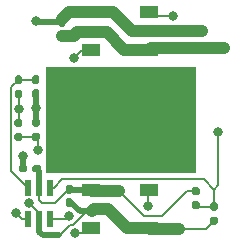
<source format=gtl>
G04 #@! TF.GenerationSoftware,KiCad,Pcbnew,5.1.10-88a1d61d58~90~ubuntu20.04.1*
G04 #@! TF.CreationDate,2021-09-13T06:15:53-04:00*
G04 #@! TF.ProjectId,SpaceCenter_TouchBoard_KiCAD,53706163-6543-4656-9e74-65725f546f75,rev?*
G04 #@! TF.SameCoordinates,Original*
G04 #@! TF.FileFunction,Copper,L1,Top*
G04 #@! TF.FilePolarity,Positive*
%FSLAX46Y46*%
G04 Gerber Fmt 4.6, Leading zero omitted, Abs format (unit mm)*
G04 Created by KiCad (PCBNEW 5.1.10-88a1d61d58~90~ubuntu20.04.1) date 2021-09-13 06:15:53*
%MOMM*%
%LPD*%
G01*
G04 APERTURE LIST*
G04 #@! TA.AperFunction,SMDPad,CuDef*
%ADD10R,0.558800X1.320800*%
G04 #@! TD*
G04 #@! TA.AperFunction,SMDPad,CuDef*
%ADD11R,12.700000X9.000000*%
G04 #@! TD*
G04 #@! TA.AperFunction,SMDPad,CuDef*
%ADD12R,1.500000X1.000000*%
G04 #@! TD*
G04 #@! TA.AperFunction,ViaPad*
%ADD13C,0.800000*%
G04 #@! TD*
G04 #@! TA.AperFunction,Conductor*
%ADD14C,1.000000*%
G04 #@! TD*
G04 #@! TA.AperFunction,Conductor*
%ADD15C,0.500000*%
G04 #@! TD*
G04 #@! TA.AperFunction,Conductor*
%ADD16C,0.160020*%
G04 #@! TD*
G04 #@! TA.AperFunction,Conductor*
%ADD17C,0.160000*%
G04 #@! TD*
G04 APERTURE END LIST*
D10*
X129326599Y-104952800D03*
X130276600Y-104952800D03*
X131226601Y-104952800D03*
X131226601Y-102362000D03*
X130276600Y-102362000D03*
X129326599Y-102362000D03*
D11*
X137210800Y-96583500D03*
D12*
X139610000Y-90627000D03*
X139610000Y-87427000D03*
X134710000Y-90627000D03*
X134710000Y-87427000D03*
X134710000Y-102540000D03*
X134710000Y-105740000D03*
X139610000Y-102540000D03*
X139610000Y-105740000D03*
G04 #@! TA.AperFunction,SMDPad,CuDef*
G36*
G01*
X132052000Y-87965000D02*
X132362000Y-87965000D01*
G75*
G02*
X132517000Y-88120000I0J-155000D01*
G01*
X132517000Y-88545000D01*
G75*
G02*
X132362000Y-88700000I-155000J0D01*
G01*
X132052000Y-88700000D01*
G75*
G02*
X131897000Y-88545000I0J155000D01*
G01*
X131897000Y-88120000D01*
G75*
G02*
X132052000Y-87965000I155000J0D01*
G01*
G37*
G04 #@! TD.AperFunction*
G04 #@! TA.AperFunction,SMDPad,CuDef*
G36*
G01*
X132052000Y-89100000D02*
X132362000Y-89100000D01*
G75*
G02*
X132517000Y-89255000I0J-155000D01*
G01*
X132517000Y-89680000D01*
G75*
G02*
X132362000Y-89835000I-155000J0D01*
G01*
X132052000Y-89835000D01*
G75*
G02*
X131897000Y-89680000I0J155000D01*
G01*
X131897000Y-89255000D01*
G75*
G02*
X132052000Y-89100000I155000J0D01*
G01*
G37*
G04 #@! TD.AperFunction*
G04 #@! TA.AperFunction,SMDPad,CuDef*
G36*
G01*
X132687000Y-103222400D02*
X132997000Y-103222400D01*
G75*
G02*
X133152000Y-103377400I0J-155000D01*
G01*
X133152000Y-103802400D01*
G75*
G02*
X132997000Y-103957400I-155000J0D01*
G01*
X132687000Y-103957400D01*
G75*
G02*
X132532000Y-103802400I0J155000D01*
G01*
X132532000Y-103377400D01*
G75*
G02*
X132687000Y-103222400I155000J0D01*
G01*
G37*
G04 #@! TD.AperFunction*
G04 #@! TA.AperFunction,SMDPad,CuDef*
G36*
G01*
X132687000Y-102087400D02*
X132997000Y-102087400D01*
G75*
G02*
X133152000Y-102242400I0J-155000D01*
G01*
X133152000Y-102667400D01*
G75*
G02*
X132997000Y-102822400I-155000J0D01*
G01*
X132687000Y-102822400D01*
G75*
G02*
X132532000Y-102667400I0J155000D01*
G01*
X132532000Y-102242400D01*
G75*
G02*
X132687000Y-102087400I155000J0D01*
G01*
G37*
G04 #@! TD.AperFunction*
G04 #@! TA.AperFunction,SMDPad,CuDef*
G36*
G01*
X130440900Y-100556000D02*
X130440900Y-100866000D01*
G75*
G02*
X130285900Y-101021000I-155000J0D01*
G01*
X129860900Y-101021000D01*
G75*
G02*
X129705900Y-100866000I0J155000D01*
G01*
X129705900Y-100556000D01*
G75*
G02*
X129860900Y-100401000I155000J0D01*
G01*
X130285900Y-100401000D01*
G75*
G02*
X130440900Y-100556000I0J-155000D01*
G01*
G37*
G04 #@! TD.AperFunction*
G04 #@! TA.AperFunction,SMDPad,CuDef*
G36*
G01*
X129305900Y-100556000D02*
X129305900Y-100866000D01*
G75*
G02*
X129150900Y-101021000I-155000J0D01*
G01*
X128725900Y-101021000D01*
G75*
G02*
X128570900Y-100866000I0J155000D01*
G01*
X128570900Y-100556000D01*
G75*
G02*
X128725900Y-100401000I155000J0D01*
G01*
X129150900Y-100401000D01*
G75*
G02*
X129305900Y-100556000I0J-155000D01*
G01*
G37*
G04 #@! TD.AperFunction*
G04 #@! TA.AperFunction,SMDPad,CuDef*
G36*
G01*
X130182600Y-97182300D02*
X129862600Y-97182300D01*
G75*
G02*
X129702600Y-97022300I0J160000D01*
G01*
X129702600Y-96627300D01*
G75*
G02*
X129862600Y-96467300I160000J0D01*
G01*
X130182600Y-96467300D01*
G75*
G02*
X130342600Y-96627300I0J-160000D01*
G01*
X130342600Y-97022300D01*
G75*
G02*
X130182600Y-97182300I-160000J0D01*
G01*
G37*
G04 #@! TD.AperFunction*
G04 #@! TA.AperFunction,SMDPad,CuDef*
G36*
G01*
X130182600Y-98377300D02*
X129862600Y-98377300D01*
G75*
G02*
X129702600Y-98217300I0J160000D01*
G01*
X129702600Y-97822300D01*
G75*
G02*
X129862600Y-97662300I160000J0D01*
G01*
X130182600Y-97662300D01*
G75*
G02*
X130342600Y-97822300I0J-160000D01*
G01*
X130342600Y-98217300D01*
G75*
G02*
X130182600Y-98377300I-160000J0D01*
G01*
G37*
G04 #@! TD.AperFunction*
G04 #@! TA.AperFunction,SMDPad,CuDef*
G36*
G01*
X128364000Y-96479400D02*
X128684000Y-96479400D01*
G75*
G02*
X128844000Y-96639400I0J-160000D01*
G01*
X128844000Y-97034400D01*
G75*
G02*
X128684000Y-97194400I-160000J0D01*
G01*
X128364000Y-97194400D01*
G75*
G02*
X128204000Y-97034400I0J160000D01*
G01*
X128204000Y-96639400D01*
G75*
G02*
X128364000Y-96479400I160000J0D01*
G01*
G37*
G04 #@! TD.AperFunction*
G04 #@! TA.AperFunction,SMDPad,CuDef*
G36*
G01*
X128364000Y-97674400D02*
X128684000Y-97674400D01*
G75*
G02*
X128844000Y-97834400I0J-160000D01*
G01*
X128844000Y-98229400D01*
G75*
G02*
X128684000Y-98389400I-160000J0D01*
G01*
X128364000Y-98389400D01*
G75*
G02*
X128204000Y-98229400I0J160000D01*
G01*
X128204000Y-97834400D01*
G75*
G02*
X128364000Y-97674400I160000J0D01*
G01*
G37*
G04 #@! TD.AperFunction*
G04 #@! TA.AperFunction,SMDPad,CuDef*
G36*
G01*
X129837200Y-92809700D02*
X130157200Y-92809700D01*
G75*
G02*
X130317200Y-92969700I0J-160000D01*
G01*
X130317200Y-93364700D01*
G75*
G02*
X130157200Y-93524700I-160000J0D01*
G01*
X129837200Y-93524700D01*
G75*
G02*
X129677200Y-93364700I0J160000D01*
G01*
X129677200Y-92969700D01*
G75*
G02*
X129837200Y-92809700I160000J0D01*
G01*
G37*
G04 #@! TD.AperFunction*
G04 #@! TA.AperFunction,SMDPad,CuDef*
G36*
G01*
X129837200Y-94004700D02*
X130157200Y-94004700D01*
G75*
G02*
X130317200Y-94164700I0J-160000D01*
G01*
X130317200Y-94559700D01*
G75*
G02*
X130157200Y-94719700I-160000J0D01*
G01*
X129837200Y-94719700D01*
G75*
G02*
X129677200Y-94559700I0J160000D01*
G01*
X129677200Y-94164700D01*
G75*
G02*
X129837200Y-94004700I160000J0D01*
G01*
G37*
G04 #@! TD.AperFunction*
G04 #@! TA.AperFunction,SMDPad,CuDef*
G36*
G01*
X128709400Y-93536800D02*
X128389400Y-93536800D01*
G75*
G02*
X128229400Y-93376800I0J160000D01*
G01*
X128229400Y-92981800D01*
G75*
G02*
X128389400Y-92821800I160000J0D01*
G01*
X128709400Y-92821800D01*
G75*
G02*
X128869400Y-92981800I0J-160000D01*
G01*
X128869400Y-93376800D01*
G75*
G02*
X128709400Y-93536800I-160000J0D01*
G01*
G37*
G04 #@! TD.AperFunction*
G04 #@! TA.AperFunction,SMDPad,CuDef*
G36*
G01*
X128709400Y-94731800D02*
X128389400Y-94731800D01*
G75*
G02*
X128229400Y-94571800I0J160000D01*
G01*
X128229400Y-94176800D01*
G75*
G02*
X128389400Y-94016800I160000J0D01*
G01*
X128709400Y-94016800D01*
G75*
G02*
X128869400Y-94176800I0J-160000D01*
G01*
X128869400Y-94571800D01*
G75*
G02*
X128709400Y-94731800I-160000J0D01*
G01*
G37*
G04 #@! TD.AperFunction*
G04 #@! TA.AperFunction,SMDPad,CuDef*
G36*
G01*
X143720800Y-102972300D02*
X143400800Y-102972300D01*
G75*
G02*
X143240800Y-102812300I0J160000D01*
G01*
X143240800Y-102417300D01*
G75*
G02*
X143400800Y-102257300I160000J0D01*
G01*
X143720800Y-102257300D01*
G75*
G02*
X143880800Y-102417300I0J-160000D01*
G01*
X143880800Y-102812300D01*
G75*
G02*
X143720800Y-102972300I-160000J0D01*
G01*
G37*
G04 #@! TD.AperFunction*
G04 #@! TA.AperFunction,SMDPad,CuDef*
G36*
G01*
X143720800Y-104167300D02*
X143400800Y-104167300D01*
G75*
G02*
X143240800Y-104007300I0J160000D01*
G01*
X143240800Y-103612300D01*
G75*
G02*
X143400800Y-103452300I160000J0D01*
G01*
X143720800Y-103452300D01*
G75*
G02*
X143880800Y-103612300I0J-160000D01*
G01*
X143880800Y-104007300D01*
G75*
G02*
X143720800Y-104167300I-160000J0D01*
G01*
G37*
G04 #@! TD.AperFunction*
G04 #@! TA.AperFunction,SMDPad,CuDef*
G36*
G01*
X145244800Y-105488100D02*
X144924800Y-105488100D01*
G75*
G02*
X144764800Y-105328100I0J160000D01*
G01*
X144764800Y-104933100D01*
G75*
G02*
X144924800Y-104773100I160000J0D01*
G01*
X145244800Y-104773100D01*
G75*
G02*
X145404800Y-104933100I0J-160000D01*
G01*
X145404800Y-105328100D01*
G75*
G02*
X145244800Y-105488100I-160000J0D01*
G01*
G37*
G04 #@! TD.AperFunction*
G04 #@! TA.AperFunction,SMDPad,CuDef*
G36*
G01*
X145244800Y-104293100D02*
X144924800Y-104293100D01*
G75*
G02*
X144764800Y-104133100I0J160000D01*
G01*
X144764800Y-103738100D01*
G75*
G02*
X144924800Y-103578100I160000J0D01*
G01*
X145244800Y-103578100D01*
G75*
G02*
X145404800Y-103738100I0J-160000D01*
G01*
X145404800Y-104133100D01*
G75*
G02*
X145244800Y-104293100I-160000J0D01*
G01*
G37*
G04 #@! TD.AperFunction*
D13*
X137033000Y-102616000D03*
X144043400Y-89027000D03*
X130048000Y-88214200D03*
X130048000Y-95580200D03*
X145923000Y-90487500D03*
X142113000Y-105791000D03*
X134797800Y-104292400D03*
X128955800Y-99644200D03*
X128569000Y-95631000D03*
X129463800Y-103657400D03*
X141605000Y-87757000D03*
X133299200Y-106172000D03*
X145478500Y-97599500D03*
X133223000Y-91313000D03*
X139522200Y-103835200D03*
X132181600Y-99466400D03*
X128371600Y-104444800D03*
X130225800Y-99110800D03*
X132816600Y-104749600D03*
D14*
X134786000Y-102616000D02*
X134710000Y-102540000D01*
X137033000Y-102616000D02*
X134786000Y-102616000D01*
X132805000Y-87427000D02*
X132207000Y-88025000D01*
X136576000Y-87427000D02*
X134710000Y-87427000D01*
X138176000Y-89027000D02*
X136576000Y-87427000D01*
X144043400Y-89027000D02*
X138176000Y-89027000D01*
X132805000Y-87427000D02*
X134710000Y-87427000D01*
D15*
X132927100Y-102540000D02*
X132842000Y-102454900D01*
X134710000Y-102540000D02*
X132927100Y-102540000D01*
X130276600Y-100914200D02*
X130073400Y-100711000D01*
X130276600Y-102362000D02*
X130276600Y-100914200D01*
X130166300Y-88332500D02*
X130048000Y-88214200D01*
X132207000Y-88332500D02*
X130166300Y-88332500D01*
X130048000Y-94413000D02*
X129997200Y-94362200D01*
X130048000Y-95580200D02*
X130048000Y-94413000D01*
X130048000Y-96799400D02*
X130022600Y-96824800D01*
X130048000Y-95580200D02*
X130048000Y-96799400D01*
D16*
X140716000Y-104749600D02*
X142850800Y-102614800D01*
X142850800Y-102614800D02*
X143560800Y-102614800D01*
X139166600Y-104749600D02*
X140716000Y-104749600D01*
X137033000Y-102616000D02*
X139166600Y-104749600D01*
X132842000Y-102454900D02*
X131639500Y-103657400D01*
X131639500Y-103657400D02*
X130556000Y-103657400D01*
X130276600Y-103378000D02*
X130276600Y-102362000D01*
X130556000Y-103657400D02*
X130276600Y-103378000D01*
D14*
X140624500Y-90487500D02*
X140589000Y-90523000D01*
X139661000Y-105791000D02*
X139610000Y-105740000D01*
X142113000Y-105791000D02*
X139661000Y-105791000D01*
X137744000Y-105740000D02*
X139610000Y-105740000D01*
X136144000Y-104140000D02*
X137744000Y-105740000D01*
X145923000Y-90487500D02*
X140624500Y-90487500D01*
X139610000Y-90627000D02*
X137464600Y-90627000D01*
X137464600Y-90627000D02*
X136017000Y-89179400D01*
X136017000Y-89179400D02*
X133502400Y-89179400D01*
X133214300Y-89467500D02*
X132207000Y-89467500D01*
X133502400Y-89179400D02*
X133214300Y-89467500D01*
X134950200Y-104140000D02*
X134797800Y-104292400D01*
X136144000Y-104140000D02*
X134950200Y-104140000D01*
D15*
X134797800Y-104292400D02*
X133731000Y-104292400D01*
X133028500Y-103589900D02*
X133731000Y-104292400D01*
X132842000Y-103589900D02*
X133028500Y-103589900D01*
X130581400Y-106349800D02*
X130276600Y-106045000D01*
X130276600Y-106045000D02*
X130276600Y-104952800D01*
X132003800Y-106349800D02*
X130581400Y-106349800D01*
X128955800Y-100693600D02*
X128938400Y-100711000D01*
X128955800Y-99644200D02*
X128955800Y-100693600D01*
D16*
X128524000Y-96836900D02*
X128524000Y-96723200D01*
X128569000Y-96791900D02*
X128524000Y-96836900D01*
X128569000Y-95631000D02*
X128569000Y-96791900D01*
X128569000Y-94393900D02*
X128549400Y-94374300D01*
X128569000Y-95631000D02*
X128569000Y-94393900D01*
D14*
X139749500Y-90487500D02*
X139610000Y-90627000D01*
X140624500Y-90487500D02*
X139749500Y-90487500D01*
D16*
X144424400Y-105791000D02*
X145084800Y-105130600D01*
X142113000Y-105791000D02*
X144424400Y-105791000D01*
X130276600Y-104470200D02*
X130276600Y-104952800D01*
X129463800Y-103657400D02*
X130276600Y-104470200D01*
X132003800Y-106349800D02*
X132029200Y-106349800D01*
X132029200Y-106349800D02*
X132918200Y-105460800D01*
X132918200Y-105460800D02*
X133146800Y-105460800D01*
X134315200Y-104292400D02*
X134797800Y-104292400D01*
X133146800Y-105460800D02*
X134315200Y-104292400D01*
D17*
X139940000Y-87757000D02*
X139610000Y-87427000D01*
X141605000Y-87757000D02*
X139940000Y-87757000D01*
X134278000Y-106172000D02*
X134710000Y-105740000D01*
X133299200Y-106172000D02*
X134278000Y-106172000D01*
D16*
X131226601Y-102362000D02*
X131521200Y-102362000D01*
X131521200Y-102362000D02*
X132257800Y-101625400D01*
X132257800Y-101625400D02*
X144221200Y-101625400D01*
X145084800Y-102489000D02*
X145084800Y-103935600D01*
X144221200Y-101625400D02*
X145084800Y-102489000D01*
X143686600Y-103935600D02*
X143560800Y-103809800D01*
X145084800Y-103935600D02*
X143686600Y-103935600D01*
X145478500Y-102095300D02*
X145084800Y-102489000D01*
X145478500Y-97599500D02*
X145478500Y-102095300D01*
D17*
X133909000Y-90627000D02*
X133223000Y-91313000D01*
X133909000Y-90627000D02*
X134710000Y-90627000D01*
X139522200Y-102627800D02*
X139610000Y-102540000D01*
X139522200Y-103835200D02*
X139522200Y-102627800D01*
X129326599Y-104952800D02*
X129326599Y-104586999D01*
X128879600Y-104952800D02*
X128371600Y-104444800D01*
X129326599Y-104952800D02*
X128879600Y-104952800D01*
X130225800Y-98223000D02*
X130022600Y-98019800D01*
X130225800Y-99110800D02*
X130225800Y-98223000D01*
X130010500Y-98031900D02*
X130022600Y-98019800D01*
X128524000Y-98031900D02*
X130010500Y-98031900D01*
D16*
X132613400Y-104952800D02*
X132816600Y-104749600D01*
X131226601Y-104952800D02*
X132613400Y-104952800D01*
D17*
X129326599Y-102362000D02*
X127889000Y-100924401D01*
X127889000Y-100924401D02*
X127889000Y-94855700D01*
D16*
X127889000Y-93839700D02*
X128549400Y-93179300D01*
X127889000Y-94855700D02*
X127889000Y-93839700D01*
X129985100Y-93179300D02*
X129997200Y-93167200D01*
X128549400Y-93179300D02*
X129985100Y-93179300D01*
M02*

</source>
